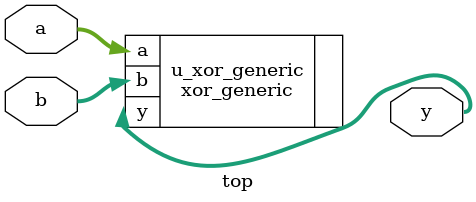
<source format=v>
module top(
  input  [3:0] a,
  input  [3:0] b,
  output [3:0] y
);

  xor_generic #(4)
  u_xor_generic (
    .a(a),
    .b(b),
    .y(y)
  );

endmodule

</source>
